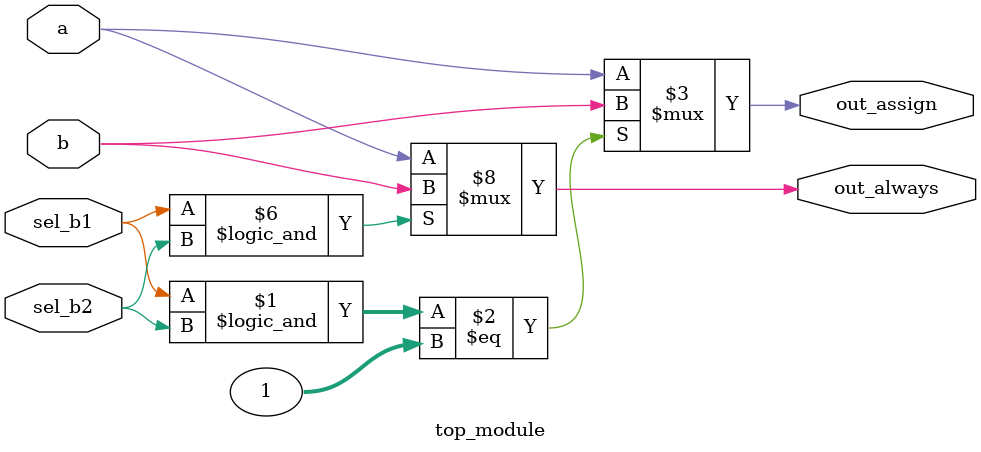
<source format=v>
/*
always @(*) begin
    if (condition) begin
        out = x;
    end
    else begin
        out = y;
    end
end
*/
// assign out = (condition) ? x : y;
// synthesis verilog_input_version verilog_2001
module top_module(
    input a,
    input b,
    input sel_b1,
    input sel_b2,
    output wire out_assign,
    output reg out_always   ); 
    assign out_assign = ((sel_b1&&sel_b2) == 1)?b:a;
    always @(*) begin
        if (sel_b1&&sel_b2 == 1) begin
            out_always = b;
        end
        else begin
            out_always = a;
        end
    end
 
endmodule

</source>
